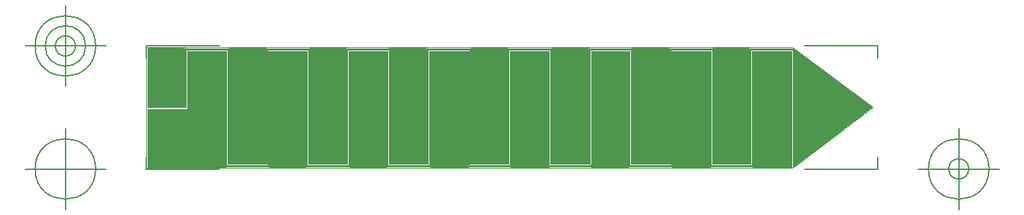
<source format=gbr>
G04 Generated by Ultiboard 13.0 *
%FSLAX34Y34*%
%MOMM*%

%ADD10C,0.0001*%
%ADD11C,0.0010*%
%ADD12C,0.2500*%
%ADD13C,0.1500*%
%ADD14C,1.6000*%


G04 ColorRGB 0000FF for the following layer *
%LNCopper Bottom*%
%LPD*%
G54D10*
G36*
X602158Y-401624D02*
G75*
D01*
G02X601250Y-403761I-907J-876*
G01*
X601250Y-403761D01*
X601250Y-548712D01*
X601708Y-548712D01*
X699992Y-475000D01*
X602158Y-401624D01*
D02*
G37*
G36*
X-149260Y-477754D02*
X-149260Y-477754D01*
X-149260Y-477000D01*
X-198000Y-477000D01*
X-198000Y-548750D01*
X-125261Y-548750D01*
X-125261Y-477760D01*
X-149254Y-477760D01*
G75*
D01*
G02X-149260Y-477754I0J6*
G01*
D02*
G37*
%LPC*%
G36*
X-183005Y-500000D02*
G75*
D01*
G02X-183005Y-500000I8005J0*
G01*
D02*
G37*
%LPD*%
G36*
X-101410Y-548751D02*
G75*
D01*
G02X-101250Y-546239I158J1251*
G01*
X-101250Y-546239D01*
X-100500Y-546239D01*
X-100500Y-405000D01*
X-125251Y-405000D01*
X-125251Y-548751D01*
X-101410Y-548751D01*
D02*
G37*
G36*
X-2609Y-548756D02*
X-2609Y-548756D01*
X-25500Y-548756D01*
X-25500Y-405000D01*
X-750Y-405000D01*
X-750Y-546239D01*
X-2500Y-546239D01*
G75*
D01*
G03X-2609Y-548756I3J-1261*
G01*
D02*
G37*
G36*
X498590Y-548751D02*
X498590Y-548751D01*
X474750Y-548751D01*
X474750Y-405000D01*
X499500Y-405000D01*
X499500Y-546239D01*
X498750Y-546239D01*
G75*
D01*
G03X498590Y-548751I-2J-1261*
G01*
D02*
G37*
G36*
X198590Y-548751D02*
X198590Y-548751D01*
X174750Y-548751D01*
X174750Y-405000D01*
X199500Y-405000D01*
X199500Y-546239D01*
X198750Y-546239D01*
G75*
D01*
G03X198590Y-548751I-2J-1261*
G01*
D02*
G37*
G36*
X348583Y-401250D02*
G75*
D01*
G03X348750Y-403761I166J-1250*
G01*
X348750Y-403761D01*
X349500Y-403761D01*
X349500Y-545001D01*
X324750Y-545001D01*
X324750Y-401250D01*
X348583Y-401250D01*
D02*
G37*
G36*
X48583Y-401250D02*
G75*
D01*
G03X48750Y-403761I166J-1250*
G01*
X48750Y-403761D01*
X49500Y-403761D01*
X49500Y-545001D01*
X24750Y-545001D01*
X24750Y-401250D01*
X48583Y-401250D01*
D02*
G37*
G36*
X-51417Y-401250D02*
G75*
D01*
G03X-51250Y-403761I166J-1250*
G01*
X-51250Y-403761D01*
X-50250Y-403761D01*
X-50250Y-545000D01*
X-75000Y-545000D01*
X-75000Y-401250D01*
X-51417Y-401250D01*
D02*
G37*
G36*
X101402Y-401248D02*
G75*
D01*
G02X101250Y-403761I-150J-1252*
G01*
X101250Y-403761D01*
X100500Y-403761D01*
X100500Y-545006D01*
X125240Y-545006D01*
X125240Y-545005D01*
X125240Y-545005D01*
X125240Y-401248D01*
X101402Y-401248D01*
D02*
G37*
G36*
X401417Y-401250D02*
G75*
D01*
G02X401250Y-403761I-166J-1250*
G01*
X401250Y-403761D01*
X400500Y-403761D01*
X400500Y-545006D01*
X425240Y-545006D01*
X425240Y-545005D01*
X425240Y-545005D01*
X425240Y-401250D01*
X401417Y-401250D01*
D02*
G37*
G36*
X251410Y-548751D02*
X251410Y-548751D01*
X275240Y-548751D01*
X275240Y-405000D01*
X250500Y-405000D01*
X250500Y-546239D01*
X251250Y-546239D01*
G75*
D01*
G02X251410Y-548751I2J-1261*
G01*
D02*
G37*
G36*
X551410Y-548751D02*
X551410Y-548751D01*
X575240Y-548751D01*
X575240Y-405000D01*
X550500Y-405000D01*
X550500Y-546239D01*
X551250Y-546239D01*
G75*
D01*
G02X551410Y-548751I2J-1261*
G01*
D02*
G37*
G36*
X-152667Y-401250D02*
X-152667Y-401250D01*
X-198000Y-401250D01*
X-198000Y-474750D01*
X-150750Y-474750D01*
X-150750Y-403761D01*
X-152500Y-403761D01*
G75*
D01*
G02X-152667Y-401250I-1J1261*
G01*
D02*
G37*
%LPC*%
G36*
X-183005Y-450000D02*
G75*
D01*
G02X-183005Y-450000I8005J0*
G01*
D02*
G37*
%LPD*%
G36*
X202667Y-401250D02*
G75*
D01*
G02X202500Y-403761I-166J-1250*
G01*
X202500Y-403761D01*
X201000Y-403761D01*
X201000Y-545011D01*
X225000Y-545011D01*
X225000Y-545010D01*
X224996Y-545010D01*
G75*
D01*
G02X224990Y-545004I0J6*
G01*
X224990Y-545004D01*
X224990Y-401250D01*
X202667Y-401250D01*
D02*
G37*
G36*
X298641Y-548756D02*
X298641Y-548756D01*
X275250Y-548756D01*
X275250Y-404996D01*
X299250Y-404996D01*
X299250Y-546239D01*
X298750Y-546239D01*
G75*
D01*
G03X298641Y-548756I3J-1261*
G01*
D02*
G37*
G36*
X397335Y-548750D02*
X397335Y-548750D01*
X375000Y-548750D01*
X375000Y-404998D01*
X399000Y-404998D01*
X399000Y-546239D01*
X397500Y-546239D01*
G75*
D01*
G03X397335Y-548750I1J-1261*
G01*
D02*
G37*
G36*
X97335Y-548750D02*
X97335Y-548750D01*
X75000Y-548750D01*
X75000Y-404998D01*
X99000Y-404998D01*
X99000Y-546239D01*
X97500Y-546239D01*
G75*
D01*
G03X97335Y-548750I1J-1261*
G01*
D02*
G37*
G36*
X447333Y-401250D02*
G75*
D01*
G03X447500Y-403761I166J-1250*
G01*
X447500Y-403761D01*
X449250Y-403761D01*
X449250Y-545001D01*
X425250Y-545001D01*
X425250Y-401250D01*
X447333Y-401250D01*
D02*
G37*
G36*
X147333Y-401250D02*
G75*
D01*
G03X147500Y-403761I166J-1250*
G01*
X147500Y-403761D01*
X149250Y-403761D01*
X149250Y-545001D01*
X125250Y-545001D01*
X125250Y-401250D01*
X147333Y-401250D01*
D02*
G37*
G36*
X575250Y-548751D02*
X575250Y-548751D01*
X575250Y-405000D01*
X599250Y-405000D01*
X599250Y-548751D01*
X575250Y-548751D01*
D02*
G37*
G36*
X247333Y-401250D02*
G75*
D01*
G03X247500Y-403761I166J-1250*
G01*
X247500Y-403761D01*
X249000Y-403761D01*
X249000Y-545000D01*
X225000Y-545000D01*
X225000Y-401250D01*
X247333Y-401250D01*
D02*
G37*
G36*
X547333Y-401250D02*
G75*
D01*
G03X547500Y-403761I166J-1250*
G01*
X547500Y-403761D01*
X549000Y-403761D01*
X549000Y-545000D01*
X525000Y-545000D01*
X525000Y-401250D01*
X547333Y-401250D01*
D02*
G37*
G36*
X2652Y-401248D02*
G75*
D01*
G02X2500Y-403761I-150J-1252*
G01*
X2500Y-403761D01*
X750Y-403761D01*
X750Y-545006D01*
X24740Y-545006D01*
X24740Y-545005D01*
X24740Y-545005D01*
X24740Y-401248D01*
X2652Y-401248D01*
D02*
G37*
G36*
X-97333Y-401250D02*
G75*
D01*
G02X-97500Y-403761I-166J-1250*
G01*
X-97500Y-403761D01*
X-99000Y-403761D01*
X-99000Y-545005D01*
X-75010Y-545005D01*
X-75010Y-545004D01*
X-75010Y-545004D01*
X-75010Y-401250D01*
X-97333Y-401250D01*
D02*
G37*
G36*
X302667Y-401250D02*
G75*
D01*
G02X302500Y-403761I-166J-1250*
G01*
X302500Y-403761D01*
X300750Y-403761D01*
X300750Y-545006D01*
X324740Y-545006D01*
X324740Y-545005D01*
X324740Y-545005D01*
X324740Y-401250D01*
X302667Y-401250D01*
D02*
G37*
G36*
X351410Y-548751D02*
X351410Y-548751D01*
X374990Y-548751D01*
X374990Y-405000D01*
X351000Y-405000D01*
X351000Y-546239D01*
X351250Y-546239D01*
G75*
D01*
G02X351410Y-548751I2J-1261*
G01*
D02*
G37*
G36*
X52660Y-548751D02*
X52660Y-548751D01*
X74990Y-548751D01*
X74990Y-405000D01*
X51000Y-405000D01*
X51000Y-546239D01*
X52500Y-546239D01*
G75*
D01*
G02X52660Y-548751I2J-1261*
G01*
D02*
G37*
G36*
X152665Y-548750D02*
X152665Y-548750D01*
X174740Y-548750D01*
X174740Y-405000D01*
X150750Y-405000D01*
X150750Y-546239D01*
X152500Y-546239D01*
G75*
D01*
G02X152665Y-548750I-1J-1261*
G01*
D02*
G37*
G36*
X451415Y-548750D02*
X451415Y-548750D01*
X474740Y-548750D01*
X474740Y-405000D01*
X450750Y-405000D01*
X450750Y-546239D01*
X451250Y-546239D01*
G75*
D01*
G02X451415Y-548750I-1J-1261*
G01*
D02*
G37*
G36*
X502667Y-401250D02*
G75*
D01*
G02X502500Y-403761I-166J-1250*
G01*
X502500Y-403761D01*
X501000Y-403761D01*
X501000Y-545000D01*
X524990Y-545000D01*
X524990Y-401250D01*
X502667Y-401250D01*
D02*
G37*
G36*
X-47333Y-548750D02*
X-47333Y-548750D01*
X-25510Y-548750D01*
X-25510Y-405000D01*
X-48750Y-405000D01*
X-48750Y-546239D01*
X-47500Y-546239D01*
G75*
D01*
G02X-47333Y-548750I1J-1261*
G01*
D02*
G37*
G36*
X-125261Y-477750D02*
X-125261Y-477750D01*
X-125261Y-405000D01*
X-149250Y-405000D01*
X-149250Y-477750D01*
X-125261Y-477750D01*
D02*
G37*
G36*
X601836Y-401384D02*
G74*
D01*
G03X601417Y-401250I587J1115*
G01*
X601417Y-401250D01*
X601658Y-401250D01*
X601836Y-401384D01*
D02*
G37*
G54D11*
X-183005Y-500000D02*
G75*
D01*
G02X-183005Y-500000I8005J0*
G01*
X-149260Y-477754D02*
X-149260Y-477000D01*
X-198000Y-477000D01*
X-198000Y-548750D01*
X-125261Y-548750D01*
X-125261Y-477760D01*
X-149254Y-477760D01*
G75*
D01*
G02X-149260Y-477754I0J6*
G01*
X-101410Y-548751D02*
G75*
D01*
G02X-101250Y-546239I158J1251*
G01*
X-100500Y-546239D01*
X-100500Y-405000D01*
X-125251Y-405000D01*
X-125251Y-548751D01*
X-101410Y-548751D01*
X-97333Y-401250D02*
G75*
D01*
G02X-97500Y-403761I-166J-1250*
G01*
X-99000Y-403761D01*
X-99000Y-545005D01*
X-75010Y-545005D01*
X-75010Y-545004D01*
X-75010Y-401250D01*
X-97333Y-401250D01*
X-51417Y-401250D02*
G75*
D01*
G03X-51250Y-403761I166J-1250*
G01*
X-50250Y-403761D01*
X-50250Y-545000D01*
X-75000Y-545000D01*
X-75000Y-401250D01*
X-51417Y-401250D01*
X-47333Y-548750D02*
X-25510Y-548750D01*
X-25510Y-405000D01*
X-48750Y-405000D01*
X-48750Y-546239D01*
X-47500Y-546239D01*
G75*
D01*
G02X-47333Y-548750I1J-1261*
G01*
X-2609Y-548756D02*
X-25500Y-548756D01*
X-25500Y-405000D01*
X-750Y-405000D01*
X-750Y-546239D01*
X-2500Y-546239D01*
G75*
D01*
G03X-2609Y-548756I3J-1261*
G01*
X2652Y-401248D02*
G75*
D01*
G02X2500Y-403761I-150J-1252*
G01*
X750Y-403761D01*
X750Y-545006D01*
X24740Y-545006D01*
X24740Y-545005D01*
X24740Y-401248D01*
X2652Y-401248D01*
X48583Y-401250D02*
G75*
D01*
G03X48750Y-403761I166J-1250*
G01*
X49500Y-403761D01*
X49500Y-545001D01*
X24750Y-545001D01*
X24750Y-401250D01*
X48583Y-401250D01*
X52660Y-548751D02*
X74990Y-548751D01*
X74990Y-405000D01*
X51000Y-405000D01*
X51000Y-546239D01*
X52500Y-546239D01*
G75*
D01*
G02X52660Y-548751I2J-1261*
G01*
X97335Y-548750D02*
X75000Y-548750D01*
X75000Y-404998D01*
X99000Y-404998D01*
X99000Y-546239D01*
X97500Y-546239D01*
G75*
D01*
G03X97335Y-548750I1J-1261*
G01*
X101402Y-401248D02*
G75*
D01*
G02X101250Y-403761I-150J-1252*
G01*
X100500Y-403761D01*
X100500Y-545006D01*
X125240Y-545006D01*
X125240Y-545005D01*
X125240Y-401248D01*
X101402Y-401248D01*
X147333Y-401250D02*
G75*
D01*
G03X147500Y-403761I166J-1250*
G01*
X149250Y-403761D01*
X149250Y-545001D01*
X125250Y-545001D01*
X125250Y-401250D01*
X147333Y-401250D01*
X152665Y-548750D02*
X174740Y-548750D01*
X174740Y-405000D01*
X150750Y-405000D01*
X150750Y-546239D01*
X152500Y-546239D01*
G75*
D01*
G02X152665Y-548750I-1J-1261*
G01*
X198590Y-548751D02*
X174750Y-548751D01*
X174750Y-405000D01*
X199500Y-405000D01*
X199500Y-546239D01*
X198750Y-546239D01*
G75*
D01*
G03X198590Y-548751I-2J-1261*
G01*
X202667Y-401250D02*
G75*
D01*
G02X202500Y-403761I-166J-1250*
G01*
X201000Y-403761D01*
X201000Y-545011D01*
X225000Y-545011D01*
X225000Y-545010D01*
X224996Y-545010D01*
G75*
D01*
G02X224990Y-545004I0J6*
G01*
X224990Y-401250D01*
X202667Y-401250D01*
X247333Y-401250D02*
G75*
D01*
G03X247500Y-403761I166J-1250*
G01*
X249000Y-403761D01*
X249000Y-545000D01*
X225000Y-545000D01*
X225000Y-401250D01*
X247333Y-401250D01*
X251410Y-548751D02*
X275240Y-548751D01*
X275240Y-405000D01*
X250500Y-405000D01*
X250500Y-546239D01*
X251250Y-546239D01*
G75*
D01*
G02X251410Y-548751I2J-1261*
G01*
X298641Y-548756D02*
X275250Y-548756D01*
X275250Y-404996D01*
X299250Y-404996D01*
X299250Y-546239D01*
X298750Y-546239D01*
G75*
D01*
G03X298641Y-548756I3J-1261*
G01*
X302667Y-401250D02*
G75*
D01*
G02X302500Y-403761I-166J-1250*
G01*
X300750Y-403761D01*
X300750Y-545006D01*
X324740Y-545006D01*
X324740Y-545005D01*
X324740Y-401250D01*
X302667Y-401250D01*
X348583Y-401250D02*
G75*
D01*
G03X348750Y-403761I166J-1250*
G01*
X349500Y-403761D01*
X349500Y-545001D01*
X324750Y-545001D01*
X324750Y-401250D01*
X348583Y-401250D01*
X351410Y-548751D02*
X374990Y-548751D01*
X374990Y-405000D01*
X351000Y-405000D01*
X351000Y-546239D01*
X351250Y-546239D01*
G75*
D01*
G02X351410Y-548751I2J-1261*
G01*
X397335Y-548750D02*
X375000Y-548750D01*
X375000Y-404998D01*
X399000Y-404998D01*
X399000Y-546239D01*
X397500Y-546239D01*
G75*
D01*
G03X397335Y-548750I1J-1261*
G01*
X401417Y-401250D02*
G75*
D01*
G02X401250Y-403761I-166J-1250*
G01*
X400500Y-403761D01*
X400500Y-545006D01*
X425240Y-545006D01*
X425240Y-545005D01*
X425240Y-401250D01*
X401417Y-401250D01*
X447333Y-401250D02*
G75*
D01*
G03X447500Y-403761I166J-1250*
G01*
X449250Y-403761D01*
X449250Y-545001D01*
X425250Y-545001D01*
X425250Y-401250D01*
X447333Y-401250D01*
X451415Y-548750D02*
X474740Y-548750D01*
X474740Y-405000D01*
X450750Y-405000D01*
X450750Y-546239D01*
X451250Y-546239D01*
G75*
D01*
G02X451415Y-548750I-1J-1261*
G01*
X498590Y-548751D02*
X474750Y-548751D01*
X474750Y-405000D01*
X499500Y-405000D01*
X499500Y-546239D01*
X498750Y-546239D01*
G75*
D01*
G03X498590Y-548751I-2J-1261*
G01*
X502667Y-401250D02*
G75*
D01*
G02X502500Y-403761I-166J-1250*
G01*
X501000Y-403761D01*
X501000Y-545000D01*
X524990Y-545000D01*
X524990Y-401250D01*
X502667Y-401250D01*
X547333Y-401250D02*
G75*
D01*
G03X547500Y-403761I166J-1250*
G01*
X549000Y-403761D01*
X549000Y-545000D01*
X525000Y-545000D01*
X525000Y-401250D01*
X547333Y-401250D01*
X551410Y-548751D02*
X575240Y-548751D01*
X575240Y-405000D01*
X550500Y-405000D01*
X550500Y-546239D01*
X551250Y-546239D01*
G75*
D01*
G02X551410Y-548751I2J-1261*
G01*
X575250Y-548751D02*
X575250Y-405000D01*
X599250Y-405000D01*
X599250Y-548751D01*
X575250Y-548751D01*
X601836Y-401384D02*
G74*
D01*
G03X601417Y-401250I587J1115*
G01*
X601658Y-401250D01*
X601836Y-401384D01*
X602158Y-401624D02*
G75*
D01*
G02X601250Y-403761I-907J-876*
G01*
X601250Y-548712D01*
X601708Y-548712D01*
X699992Y-475000D01*
X602158Y-401624D01*
X-183005Y-450000D02*
G75*
D01*
G02X-183005Y-450000I8005J0*
G01*
X-152667Y-401250D02*
X-198000Y-401250D01*
X-198000Y-474750D01*
X-150750Y-474750D01*
X-150750Y-403761D01*
X-152500Y-403761D01*
G75*
D01*
G02X-152667Y-401250I-1J1261*
G01*
X-125261Y-477750D02*
X-125261Y-405000D01*
X-149250Y-405000D01*
X-149250Y-477750D01*
X-125261Y-477750D01*
X600000Y-550000D02*
X250000Y-550000D01*
X-100000Y-550000D01*
X-150000Y-550000D01*
X-200000Y-550000D01*
X-100000Y-400000D02*
X600000Y-400000D01*
X-200000Y-400000D02*
X-100000Y-400000D01*
X-200000Y-550000D02*
X-200000Y-400000D01*
X600000Y-400000D02*
X700000Y-475000D01*
X600000Y-550000D01*
G54D12*
X-101250Y-547500D02*
X-47500Y-547500D01*
X-2500Y-547500D02*
X52500Y-547500D01*
X97500Y-547500D02*
X152500Y-547500D01*
X198750Y-547500D02*
X251250Y-547500D01*
X298750Y-547500D02*
X351250Y-547500D01*
X397500Y-547500D02*
X451250Y-547500D01*
X498750Y-547500D02*
X551250Y-547500D01*
X-152500Y-402500D02*
X-97500Y-402500D01*
X-51250Y-402500D02*
X2500Y-402500D01*
X48750Y-402500D02*
X101250Y-402500D01*
X147500Y-402500D02*
X202500Y-402500D01*
X247500Y-402500D02*
X302500Y-402500D01*
X348750Y-402500D02*
X401250Y-402500D01*
X447500Y-402500D02*
X502500Y-402500D01*
X547500Y-402500D02*
X601250Y-402500D01*
G54D13*
X-200000Y-551290D02*
X-200000Y-536032D01*
X-200000Y-551290D02*
X-109350Y-551290D01*
X706505Y-551290D02*
X615855Y-551290D01*
X706505Y-551290D02*
X706505Y-536032D01*
X706505Y-398710D02*
X706505Y-413968D01*
X706505Y-398710D02*
X615855Y-398710D01*
X-200000Y-398710D02*
X-109350Y-398710D01*
X-200000Y-398710D02*
X-200000Y-413968D01*
X-250000Y-551290D02*
X-350000Y-551290D01*
X-300000Y-601290D02*
X-300000Y-501290D01*
X-337500Y-551290D02*
G75*
D01*
G02X-337500Y-551290I37500J0*
G01*
X756505Y-551290D02*
X856505Y-551290D01*
X806505Y-601290D02*
X806505Y-501290D01*
X769005Y-551290D02*
G75*
D01*
G02X769005Y-551290I37500J0*
G01*
X794005Y-551290D02*
G75*
D01*
G02X794005Y-551290I12500J0*
G01*
X-250000Y-398710D02*
X-350000Y-398710D01*
X-300000Y-448710D02*
X-300000Y-348710D01*
X-337500Y-398710D02*
G75*
D01*
G02X-337500Y-398710I37500J0*
G01*
X-325000Y-398710D02*
G75*
D01*
G02X-325000Y-398710I25000J0*
G01*
X-312500Y-398710D02*
G75*
D01*
G02X-312500Y-398710I12500J0*
G01*
X-200000Y-551290D02*
X-200000Y-536032D01*
X-200000Y-551290D02*
X-109350Y-551290D01*
X706505Y-551290D02*
X615855Y-551290D01*
X706505Y-551290D02*
X706505Y-536032D01*
X706505Y-398710D02*
X706505Y-413968D01*
X706505Y-398710D02*
X615855Y-398710D01*
X-200000Y-398710D02*
X-109350Y-398710D01*
X-200000Y-398710D02*
X-200000Y-413968D01*
X-250000Y-551290D02*
X-350000Y-551290D01*
X-300000Y-601290D02*
X-300000Y-501290D01*
X-337500Y-551290D02*
G75*
D01*
G02X-337500Y-551290I37500J0*
G01*
X756505Y-551290D02*
X856505Y-551290D01*
X806505Y-601290D02*
X806505Y-501290D01*
X769005Y-551290D02*
G75*
D01*
G02X769005Y-551290I37500J0*
G01*
X794005Y-551290D02*
G75*
D01*
G02X794005Y-551290I12500J0*
G01*
X-250000Y-398710D02*
X-350000Y-398710D01*
X-300000Y-448710D02*
X-300000Y-348710D01*
X-337500Y-398710D02*
G75*
D01*
G02X-337500Y-398710I37500J0*
G01*
X-325000Y-398710D02*
G75*
D01*
G02X-325000Y-398710I25000J0*
G01*
X-312500Y-398710D02*
G75*
D01*
G02X-312500Y-398710I12500J0*
G01*
G54D14*
X-175000Y-500000D03*
X-175000Y-450000D03*

M02*

</source>
